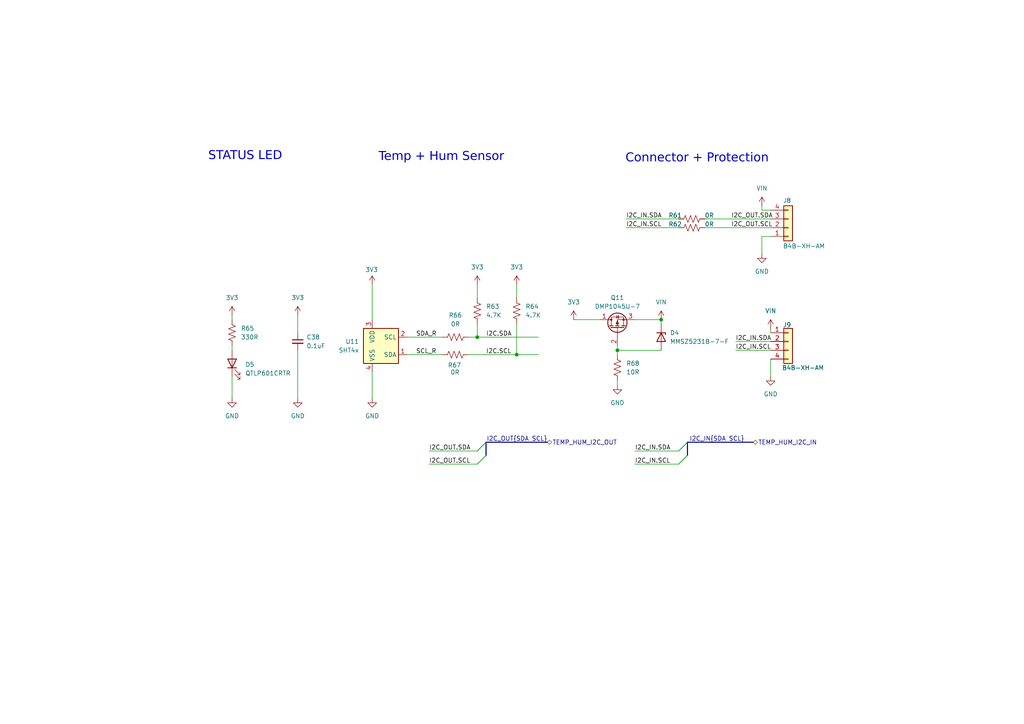
<source format=kicad_sch>
(kicad_sch (version 20231120) (generator "eeschema") (generator_version "8.0")
  (paper "A4")
  (title_block (title "${SHEETNAME}") (rev "1.0.0") (company "Demeter") (comment 1 "Akshat Doctor"))
  (lib_symbols
    (symbol "Connector_Generic:Conn_01x04" (pin_names (offset 1.016) hide)
      (property "Reference" "J" (at 0 5.08 0))
      (property "Value" "Conn_01x04" (at 0 -7.62 0))
      (symbol "Conn_01x04_1_1"
        (rectangle (start -1.27 -4.953) (end 0 -5.207) (stroke (width 0.1524)))
        (rectangle (start -1.27 -2.413) (end 0 -2.667) (stroke (width 0.1524)))
        (rectangle (start -1.27 0.127) (end 0 -0.127) (stroke (width 0.1524)))
        (rectangle (start -1.27 2.667) (end 0 2.413) (stroke (width 0.1524)))
        (rectangle (start -1.27 3.81) (end 1.27 -6.35) (stroke (width 0.254)) (fill (type background)))
        (pin passive line (at -5.08 2.54 0) (length 3.81) (name "Pin_1") (number "1"))
        (pin passive line (at -5.08 0 0) (length 3.81) (name "Pin_2") (number "2"))
        (pin passive line (at -5.08 -2.54 0) (length 3.81) (name "Pin_3") (number "3"))
        (pin passive line (at -5.08 -5.08 0) (length 3.81) (name "Pin_4") (number "4"))
      )
    )
    (symbol "Device:C_Small" (pin_numbers hide) (pin_names (offset 0.254) hide)
      (property "Reference" "C" (at 0.254 1.778 0))
      (property "Value" "C_Small" (at 0.254 -2.032 0))
      (symbol "C_Small_0_1"
        (polyline (pts (xy -1.524 -0.508) (xy 1.524 -0.508)) (stroke (width 0.3302)))
        (polyline (pts (xy -1.524 0.508) (xy 1.524 0.508)) (stroke (width 0.3048)))
      )
      (symbol "C_Small_1_1"
        (pin passive line (at 0 2.54 270) (length 2.032) (name "~") (number "1"))
        (pin passive line (at 0 -2.54 90) (length 2.032) (name "~") (number "2"))
      )
    )
    (symbol "Device:D_Zener" (pin_numbers hide) (pin_names (offset 1.016) hide)
      (property "Reference" "D" (at 0 2.54 0))
      (property "Value" "D_Zener" (at 0 -2.54 0))
      (symbol "D_Zener_0_1"
        (polyline (pts (xy 1.27 0) (xy -1.27 0)))
        (polyline (pts (xy -1.27 -1.27) (xy -1.27 1.27) (xy -0.762 1.27)) (stroke (width 0.254)))
        (polyline (pts (xy 1.27 -1.27) (xy 1.27 1.27) (xy -1.27 0) (xy 1.27 -1.27)) (stroke (width 0.254)))
      )
      (symbol "D_Zener_1_1"
        (pin passive line (at -3.81 0 0) (length 2.54) (name "K") (number "1"))
        (pin passive line (at 3.81 0 180) (length 2.54) (name "A") (number "2"))
      )
    )
    (symbol "Device:LED" (pin_numbers hide) (pin_names (offset 1.016) hide)
      (property "Reference" "D" (at 0 2.54 0))
      (property "Value" "LED" (at 0 -2.54 0))
      (symbol "LED_0_1"
        (polyline (pts (xy -1.27 -1.27) (xy -1.27 1.27)) (stroke (width 0.254)))
        (polyline (pts (xy -1.27 0) (xy 1.27 0)))
        (polyline (pts (xy 1.27 -1.27) (xy 1.27 1.27) (xy -1.27 0) (xy 1.27 -1.27)) (stroke (width 0.254)))
        (polyline (pts (xy -3.048 -0.762) (xy -4.572 -2.286) (xy -3.81 -2.286) (xy -4.572 -2.286) (xy -4.572 -1.524)))
        (polyline (pts (xy -1.778 -0.762) (xy -3.302 -2.286) (xy -2.54 -2.286) (xy -3.302 -2.286) (xy -3.302 -1.524)))
      )
      (symbol "LED_1_1"
        (pin passive line (at -3.81 0 0) (length 2.54) (name "K") (number "1"))
        (pin passive line (at 3.81 0 180) (length 2.54) (name "A") (number "2"))
      )
    )
    (symbol "Device:Q_PMOS_DGS" (pin_names (offset 0) hide)
      (property "Reference" "Q" (at 5.08 1.27 0))
      (property "Value" "Q_PMOS_DGS" (at 5.08 -1.27 0))
      (symbol "Q_PMOS_DGS_0_1"
        (polyline (pts (xy 0.254 0) (xy -2.54 0)))
        (polyline (pts (xy 0.254 1.905) (xy 0.254 -1.905)) (stroke (width 0.254)))
        (polyline (pts (xy 0.762 -1.27) (xy 0.762 -2.286)) (stroke (width 0.254)))
        (polyline (pts (xy 0.762 0.508) (xy 0.762 -0.508)) (stroke (width 0.254)))
        (polyline (pts (xy 0.762 2.286) (xy 0.762 1.27)) (stroke (width 0.254)))
        (polyline (pts (xy 2.54 2.54) (xy 2.54 1.778)))
        (polyline (pts (xy 2.54 -2.54) (xy 2.54 0) (xy 0.762 0)))
        (polyline (pts (xy 0.762 1.778) (xy 3.302 1.778) (xy 3.302 -1.778) (xy 0.762 -1.778)))
        (polyline (pts (xy 2.286 0) (xy 1.27 0.381) (xy 1.27 -0.381) (xy 2.286 0)) (fill (type outline)))
        (polyline (pts (xy 2.794 -0.508) (xy 2.921 -0.381) (xy 3.683 -0.381) (xy 3.81 -0.254)))
        (polyline (pts (xy 3.302 -0.381) (xy 2.921 0.254) (xy 3.683 0.254) (xy 3.302 -0.381)))
        (circle (center 1.651 0) (radius 2.794) (stroke (width 0.254)))
        (circle (center 2.54 -1.778) (radius 0.254) (fill (type outline)))
        (circle (center 2.54 1.778) (radius 0.254) (fill (type outline)))
      )
      (symbol "Q_PMOS_DGS_1_1"
        (pin passive line (at 2.54 5.08 270) (length 2.54) (name "D") (number "1"))
        (pin input line (at -5.08 0 0) (length 2.54) (name "G") (number "2"))
        (pin passive line (at 2.54 -5.08 90) (length 2.54) (name "S") (number "3"))
      )
    )
    (symbol "Device:R_US" (pin_numbers hide) (pin_names (offset 0))
      (property "Reference" "R" (at 2.54 0 90))
      (property "Value" "R_US" (at -2.54 0 90))
      (symbol "R_US_0_1"
        (polyline (pts (xy 0 -2.286) (xy 0 -2.54)))
        (polyline (pts (xy 0 2.286) (xy 0 2.54)))
        (polyline (pts (xy 0 -0.762) (xy 1.016 -1.143) (xy 0 -1.524) (xy -1.016 -1.905) (xy 0 -2.286)))
        (polyline (pts (xy 0 0.762) (xy 1.016 0.381) (xy 0 0) (xy -1.016 -0.381) (xy 0 -0.762)))
        (polyline (pts (xy 0 2.286) (xy 1.016 1.905) (xy 0 1.524) (xy -1.016 1.143) (xy 0 0.762)))
      )
      (symbol "R_US_1_1"
        (pin passive line (at 0 3.81 270) (length 1.27) (name "~") (number "1"))
        (pin passive line (at 0 -3.81 90) (length 1.27) (name "~") (number "2"))
      )
    )
    (symbol "Sensor_Humidity:SHT4x"
      (property "Reference" "U" (at 0 8.89 0))
      (property "Value" "SHT4x" (at 0 6.35 0))
      (symbol "SHT4x_1_1"
        (rectangle (start -5.08 5.08) (end 5.08 -5.08) (stroke (width 0.254)) (fill (type background)))
        (pin bidirectional line (at -7.62 -2.54 0) (length 2.54) (name "SDA") (number "1"))
        (pin input line (at -7.62 2.54 0) (length 2.54) (name "SCL") (number "2"))
        (pin power_in line (at 2.54 7.62 270) (length 2.54) (name "VDD") (number "3"))
        (pin power_in line (at 2.54 -7.62 90) (length 2.54) (name "VSS") (number "4"))
      )
    )
    (symbol "power:+3V3" (power) (pin_numbers hide) (pin_names (offset 0) hide)
      (property "Value" "+3V3" (at 0 3.556 0))
      (symbol "+3V3_0_1"
        (polyline (pts (xy -0.762 1.27) (xy 0 2.54)))
        (polyline (pts (xy 0 0) (xy 0 2.54)))
        (polyline (pts (xy 0 2.54) (xy 0.762 1.27)))
      )
      (symbol "+3V3_1_1"
        (pin power_in line (at 0 0 90) (length 0) (name "~") (number "1"))
      )
    )
    (symbol "power:GND" (power) (pin_numbers hide) (pin_names (offset 0) hide)
      (property "Value" "GND" (at 0 -3.81 0))
      (symbol "GND_0_1"
        (polyline (pts (xy 0 0) (xy 0 -1.27) (xy 1.27 -1.27) (xy 0 -2.54) (xy -1.27 -1.27) (xy 0 -1.27)))
      )
      (symbol "GND_1_1"
        (pin power_in line (at 0 0 270) (length 0) (name "~") (number "1"))
      )
    )
    (symbol "power:VBUS" (power) (pin_numbers hide) (pin_names (offset 0) hide)
      (property "Value" "VBUS" (at 0 3.556 0))
      (symbol "VBUS_0_1"
        (polyline (pts (xy -0.762 1.27) (xy 0 2.54)))
        (polyline (pts (xy 0 0) (xy 0 2.54)))
        (polyline (pts (xy 0 2.54) (xy 0.762 1.27)))
      )
      (symbol "VBUS_1_1"
        (pin power_in line (at 0 0 90) (length 0) (name "~") (number "1"))
      )
    )
  )
  (junction (at 191.77 92.71))
  (junction (at 149.86 102.87))
  (junction (at 179.07 101.6))
  (junction (at 138.43 97.79))
  (bus_entry (at 140.97 128.27) (size -2.54 2.54))
  (bus_entry (at 140.97 132.08) (size -2.54 2.54))
  (bus_entry (at 199.39 128.27) (size -2.54 2.54))
  (bus_entry (at 199.39 128.27) (size -2.54 2.54))
  (bus_entry (at 199.39 132.08) (size -2.54 2.54))
  (bus_entry (at 199.39 132.08) (size -2.54 2.54))
  (bus_entry (at 140.97 128.27) (size -2.54 2.54))
  (bus_entry (at 140.97 132.08) (size -2.54 2.54))
  (wire (pts (xy 118.11 97.79) (xy 128.27 97.79)))
  (wire (pts (xy 135.89 102.87) (xy 149.86 102.87)))
  (wire (pts (xy 184.15 130.81) (xy 196.85 130.81)))
  (wire (pts (xy 86.36 101.6) (xy 86.36 115.57)))
  (wire (pts (xy 181.61 63.5) (xy 196.85 63.5)))
  (wire (pts (xy 220.98 68.58) (xy 220.98 73.66)))
  (wire (pts (xy 181.61 66.04) (xy 196.85 66.04)))
  (wire (pts (xy 220.98 60.96) (xy 223.52 60.96)))
  (bus (pts (xy 199.39 128.27) (xy 218.44 128.27)))
  (wire (pts (xy 220.98 68.58) (xy 223.52 68.58)))
  (wire (pts (xy 204.47 63.5) (xy 223.52 63.5)))
  (wire (pts (xy 67.31 109.22) (xy 67.31 115.57)))
  (wire (pts (xy 223.52 95.25) (xy 223.52 96.52)))
  (wire (pts (xy 86.36 91.44) (xy 86.36 96.52)))
  (wire (pts (xy 135.89 97.79) (xy 138.43 97.79)))
  (wire (pts (xy 138.43 82.55) (xy 138.43 86.36)))
  (wire (pts (xy 191.77 93.98) (xy 191.77 92.71)))
  (wire (pts (xy 223.52 104.14) (xy 223.52 109.22)))
  (wire (pts (xy 67.31 100.33) (xy 67.31 101.6)))
  (wire (pts (xy 220.98 59.69) (xy 220.98 60.96)))
  (wire (pts (xy 184.15 134.62) (xy 196.85 134.62)))
  (wire (pts (xy 204.47 66.04) (xy 223.52 66.04)))
  (wire (pts (xy 107.95 107.95) (xy 107.95 115.57)))
  (wire (pts (xy 124.46 134.62) (xy 138.43 134.62)))
  (wire (pts (xy 67.31 91.44) (xy 67.31 92.71)))
  (wire (pts (xy 213.36 101.6) (xy 223.52 101.6)))
  (wire (pts (xy 118.11 102.87) (xy 128.27 102.87)))
  (wire (pts (xy 213.36 99.06) (xy 223.52 99.06)))
  (wire (pts (xy 149.86 82.55) (xy 149.86 86.36)))
  (wire (pts (xy 149.86 102.87) (xy 149.86 93.98)))
  (bus (pts (xy 140.97 128.27) (xy 140.97 132.08)))
  (wire (pts (xy 179.07 100.33) (xy 179.07 101.6)))
  (wire (pts (xy 149.86 102.87) (xy 156.21 102.87)))
  (bus (pts (xy 140.97 128.27) (xy 158.75 128.27)))
  (bus (pts (xy 199.39 128.27) (xy 199.39 132.08)))
  (wire (pts (xy 179.07 110.49) (xy 179.07 111.76)))
  (wire (pts (xy 107.95 82.55) (xy 107.95 92.71)))
  (wire (pts (xy 138.43 93.98) (xy 138.43 97.79)))
  (wire (pts (xy 166.37 92.71) (xy 173.99 92.71)))
  (wire (pts (xy 179.07 101.6) (xy 191.77 101.6)))
  (wire (pts (xy 179.07 102.87) (xy 179.07 101.6)))
  (wire (pts (xy 184.15 92.71) (xy 191.77 92.71)))
  (wire (pts (xy 138.43 97.79) (xy 156.21 97.79)))
  (wire (pts (xy 124.46 130.81) (xy 138.43 130.81)))
  (text "Connector + Protection\n\n" (at 202.184 48.768 0) (effects (font (size 2.54 2.54))))
  (text "Temp + Hum Sensor\n" (at 128.016 46.228 0) (effects (font (size 2.54 2.54))))
  (text "STATUS LED\n" (exclude_from_sim yes) (at 71.12 45.974 0) (effects (font (size 2.54 2.54))))
  (label "SDA_R" (at 120.65 97.79 0))
  (label "I2C_IN.SCL" (at 213.36 101.6 0))
  (label "I2C_IN.SCL" (at 181.61 66.04 0))
  (label "I2C.SDA" (at 140.97 97.79 0))
  (label "I2C_OUT.SDA" (at 124.46 130.81 0))
  (label "I2C_OUT.SDA" (at 212.09 63.5 0))
  (label "I2C_OUT{SDA SCL}" (at 158.75 128.27 180))
  (label "I2C_IN.SCL" (at 184.15 134.62 0))
  (label "I2C_IN.SDA" (at 213.36 99.06 0))
  (label "I2C_IN{SDA SCL}" (at 215.9 128.27 180))
  (label "I2C_IN.SDA" (at 181.61 63.5 0))
  (label "I2C_IN.SDA" (at 184.15 130.81 0))
  (label "I2C_OUT.SCL" (at 124.46 134.62 0))
  (label "SCL_R" (at 120.65 102.87 0))
  (label "I2C_OUT.SCL" (at 212.09 66.04 0))
  (label "I2C.SCL" (at 140.97 102.87 0))
  (hierarchical_label "TEMP_HUM_I2C_IN" (shape bidirectional) (at 218.44 128.27 0))
  (hierarchical_label "TEMP_HUM_I2C_OUT" (shape bidirectional) (at 158.75 128.27 0))
  (symbol (lib_id "power:VBUS") (at 166.37 92.71 0) (mirror y) (unit 1)
    (property "Reference" "#PWR0135" (effects (hide yes)))
    (property "Value" "3V3" (at 166.37 87.63 0))
    (property "Description" "Power symbol creates a global label with name \"VBUS\"" (effects (hide yes)))
  )
  (symbol (lib_id "Device:Q_PMOS_DGS") (at 179.07 95.25 90) (unit 1)
    (property "Reference" "Q11" (at 179.07 86.36 90))
    (property "Value" "DMP1045U-7" (at 179.07 88.9 90))
    (property "Description" "P-MOSFET transistor, drain/gate/source" (effects (hide yes)))
  )
  (symbol (lib_id "Device:R_US") (at 132.08 97.79 90) (unit 1)
    (property "Reference" "R66" (at 132.08 91.44 90))
    (property "Value" "0R" (at 132.08 93.98 90))
    (property "Description" "Resistor, US symbol" (effects (hide yes)))
  )
  (symbol (lib_id "Sensor_Humidity:SHT4x") (at 110.49 100.33 0) (mirror y) (unit 1)
    (property "Reference" "U11" (at 104.14 99.0599 0) (effects (justify left)))
    (property "Value" "SHT4x" (at 104.14 101.5999 0) (effects (justify left)))
    (property "Footprint" "Sensor_Humidity:Sensirion_DFN-4_1.5x1.5mm_P0.8mm_SHT4x_NoCentralPad" (effects (hide yes)))
    (property "Datasheet" "https://sensirion.com/media/documents/33FD6951/624C4357/Datasheet_SHT4x.pdf" (effects (hide yes)))
    (property "Description" "Digital Humidity and Temperature Sensor, +/-1%RH, +/-0.1degC, I2C, 1.08-3.6V, 16bit, DFN-4" (effects (hide yes)))
  )
  (symbol (lib_id "power:GND") (at 86.36 115.57 0) (mirror y) (unit 1)
    (property "Reference" "#PWR0141" (effects (hide yes)))
    (property "Value" "GND" (at 86.36 120.65 0))
    (property "Description" "Power symbol creates a global label with name \"GND\" , ground" (effects (hide yes)))
  )
  (symbol (lib_id "Device:R_US") (at 200.66 63.5 90) (unit 1)
    (property "Reference" "R61" (at 195.834 62.484 90))
    (property "Value" "0R" (at 205.74 62.484 90))
    (property "Description" "Resistor, US symbol" (effects (hide yes)))
  )
  (symbol (lib_id "Device:LED") (at 67.31 105.41 90) (unit 1)
    (property "Reference" "D5" (at 71.12 105.7274 90) (effects (justify right)))
    (property "Value" "QTLP601CRTR" (at 71.12 108.2674 90) (effects (justify right)))
    (property "Description" "Light emitting diode" (effects (hide yes)))
  )
  (symbol (lib_id "power:GND") (at 220.98 73.66 0) (mirror y) (unit 1)
    (property "Reference" "#PWR0129" (effects (hide yes)))
    (property "Value" "GND" (at 220.98 78.74 0))
    (property "Description" "Power symbol creates a global label with name \"GND\" , ground" (effects (hide yes)))
  )
  (symbol (lib_id "power:VBUS") (at 86.36 91.44 0) (mirror y) (unit 1)
    (property "Reference" "#PWR0134" (effects (hide yes)))
    (property "Value" "3V3" (at 86.36 86.36 0))
    (property "Description" "Power symbol creates a global label with name \"VBUS\"" (effects (hide yes)))
  )
  (symbol (lib_id "power:VBUS") (at 223.52 95.25 0) (mirror y) (unit 1)
    (property "Reference" "#PWR0137" (effects (hide yes)))
    (property "Value" "VIN" (at 223.52 90.17 0))
    (property "Description" "Power symbol creates a global label with name \"VBUS\"" (effects (hide yes)))
  )
  (symbol (lib_id "Device:C_Small") (at 86.36 99.06 0) (unit 1)
    (property "Reference" "C38" (at 88.9 97.7962 0) (effects (justify left)))
    (property "Value" "0.1uF" (at 88.9 100.3362 0) (effects (justify left)))
    (property "Footprint" "Capacitor_SMD:C_0402_1005Metric_Pad0.74x0.62mm_HandSolder" (effects (hide yes)))
    (property "Description" "Unpolarized capacitor, small symbol" (effects (hide yes)))
  )
  (symbol (lib_id "power:GND") (at 107.95 115.57 0) (unit 1)
    (property "Reference" "#PWR0142" (effects (hide yes)))
    (property "Value" "GND" (at 107.95 120.65 0))
    (property "Description" "Power symbol creates a global label with name \"GND\" , ground" (effects (hide yes)))
  )
  (symbol (lib_id "Connector_Generic:Conn_01x04") (at 228.6 99.06 0) (unit 1)
    (property "Reference" "J9" (at 227.076 94.234 0) (effects (justify left)))
    (property "Value" "B4B-XH-AM" (at 226.822 106.68 0) (effects (justify left)))
    (property "Description" "Generic connector, single row, 01x04, script generated (kicad-library-utils/schlib/autogen/connector/)" (effects (hide yes)))
  )
  (symbol (lib_id "power:VBUS") (at 67.31 91.44 0) (mirror y) (unit 1)
    (property "Reference" "#PWR0133" (effects (hide yes)))
    (property "Value" "3V3" (at 67.31 86.36 0))
    (property "Description" "Power symbol creates a global label with name \"VBUS\"" (effects (hide yes)))
  )
  (symbol (lib_id "Device:R_US") (at 149.86 90.17 180) (unit 1)
    (property "Reference" "R64" (at 152.4 88.8999 0) (effects (justify right)))
    (property "Value" "4.7K" (at 152.4 91.4399 0) (effects (justify right)))
    (property "Description" "Resistor, US symbol" (effects (hide yes)))
  )
  (symbol (lib_id "power:GND") (at 67.31 115.57 0) (mirror y) (unit 1)
    (property "Reference" "#PWR0140" (effects (hide yes)))
    (property "Value" "GND" (at 67.31 120.65 0))
    (property "Description" "Power symbol creates a global label with name \"GND\" , ground" (effects (hide yes)))
  )
  (symbol (lib_id "Device:D_Zener") (at 191.77 97.79 270) (unit 1)
    (property "Reference" "D4" (at 194.31 96.5199 90) (effects (justify left)))
    (property "Value" "MMSZ5231B-7-F" (at 194.31 99.0599 90) (effects (justify left)))
    (property "Description" "Zener diode" (effects (hide yes)))
  )
  (symbol (lib_id "Device:R_US") (at 179.07 106.68 0) (unit 1)
    (property "Reference" "R68" (at 181.61 105.4099 0) (effects (justify left)))
    (property "Value" "10R" (at 181.61 107.9499 0) (effects (justify left)))
    (property "Description" "Resistor, US symbol" (effects (hide yes)))
  )
  (symbol (lib_id "power:VBUS") (at 220.98 59.69 0) (mirror y) (unit 1)
    (property "Reference" "#PWR0128" (effects (hide yes)))
    (property "Value" "VIN" (at 220.98 54.61 0))
    (property "Description" "Power symbol creates a global label with name \"VBUS\"" (effects (hide yes)))
  )
  (symbol (lib_id "power:GND") (at 179.07 111.76 0) (mirror y) (unit 1)
    (property "Reference" "#PWR0139" (effects (hide yes)))
    (property "Value" "GND" (at 179.07 116.84 0))
    (property "Description" "Power symbol creates a global label with name \"GND\" , ground" (effects (hide yes)))
  )
  (symbol (lib_id "power:VBUS") (at 149.86 82.55 0) (mirror y) (unit 1)
    (property "Reference" "#PWR0132" (effects (hide yes)))
    (property "Value" "3V3" (at 149.86 77.47 0))
    (property "Description" "Power symbol creates a global label with name \"VBUS\"" (effects (hide yes)))
  )
  (symbol (lib_id "power:VBUS") (at 191.77 92.71 0) (mirror y) (unit 1)
    (property "Reference" "#PWR0136" (effects (hide yes)))
    (property "Value" "VIN" (at 191.77 87.63 0))
    (property "Description" "Power symbol creates a global label with name \"VBUS\"" (effects (hide yes)))
  )
  (symbol (lib_id "Device:R_US") (at 132.08 102.87 90) (unit 1)
    (property "Reference" "R67" (at 131.826 105.918 90))
    (property "Value" "0R" (at 131.9806 107.9861 90))
    (property "Description" "Resistor, US symbol" (effects (hide yes)))
  )
  (symbol (lib_id "Connector_Generic:Conn_01x04") (at 228.6 66.04 0) (mirror x) (unit 1)
    (property "Reference" "J8" (at 227.076 58.166 0) (effects (justify left)))
    (property "Value" "B4B-XH-AM" (at 227.076 71.374 0) (effects (justify left)))
    (property "Description" "Generic connector, single row, 01x04, script generated (kicad-library-utils/schlib/autogen/connector/)" (effects (hide yes)))
  )
  (symbol (lib_id "Device:R_US") (at 138.43 90.17 180) (unit 1)
    (property "Reference" "R63" (at 140.97 88.8999 0) (effects (justify right)))
    (property "Value" "4.7K" (at 140.97 91.4399 0) (effects (justify right)))
    (property "Description" "Resistor, US symbol" (effects (hide yes)))
  )
  (symbol (lib_id "power:GND") (at 223.52 109.22 0) (mirror y) (unit 1)
    (property "Reference" "#PWR0138" (effects (hide yes)))
    (property "Value" "GND" (at 223.52 114.3 0))
    (property "Description" "Power symbol creates a global label with name \"GND\" , ground" (effects (hide yes)))
  )
  (symbol (lib_id "power:VBUS") (at 138.43 82.55 0) (mirror y) (unit 1)
    (property "Reference" "#PWR0131" (effects (hide yes)))
    (property "Value" "3V3" (at 138.43 77.47 0))
    (property "Description" "Power symbol creates a global label with name \"VBUS\"" (effects (hide yes)))
  )
  (symbol (lib_id "Device:R_US") (at 67.31 96.52 180) (unit 1)
    (property "Reference" "R65" (at 69.85 95.2499 0) (effects (justify right)))
    (property "Value" "330R" (at 69.85 97.7899 0) (effects (justify right)))
    (property "Description" "Resistor, US symbol" (effects (hide yes)))
  )
  (symbol (lib_id "Device:R_US") (at 200.66 66.04 90) (unit 1)
    (property "Reference" "R62" (at 195.834 65.024 90))
    (property "Value" "0R" (at 205.74 65.024 90))
    (property "Description" "Resistor, US symbol" (effects (hide yes)))
  )
  (symbol (lib_id "power:+3V3") (at 107.95 82.55 0) (unit 1)
    (property "Reference" "#PWR0130" (effects (hide yes)))
    (property "Value" "3V3" (at 105.918 78.232 0) (effects (justify left)))
    (property "Description" "Power symbol creates a global label with name \"+3V3\"" (effects (hide yes)))
  )
)
</source>
